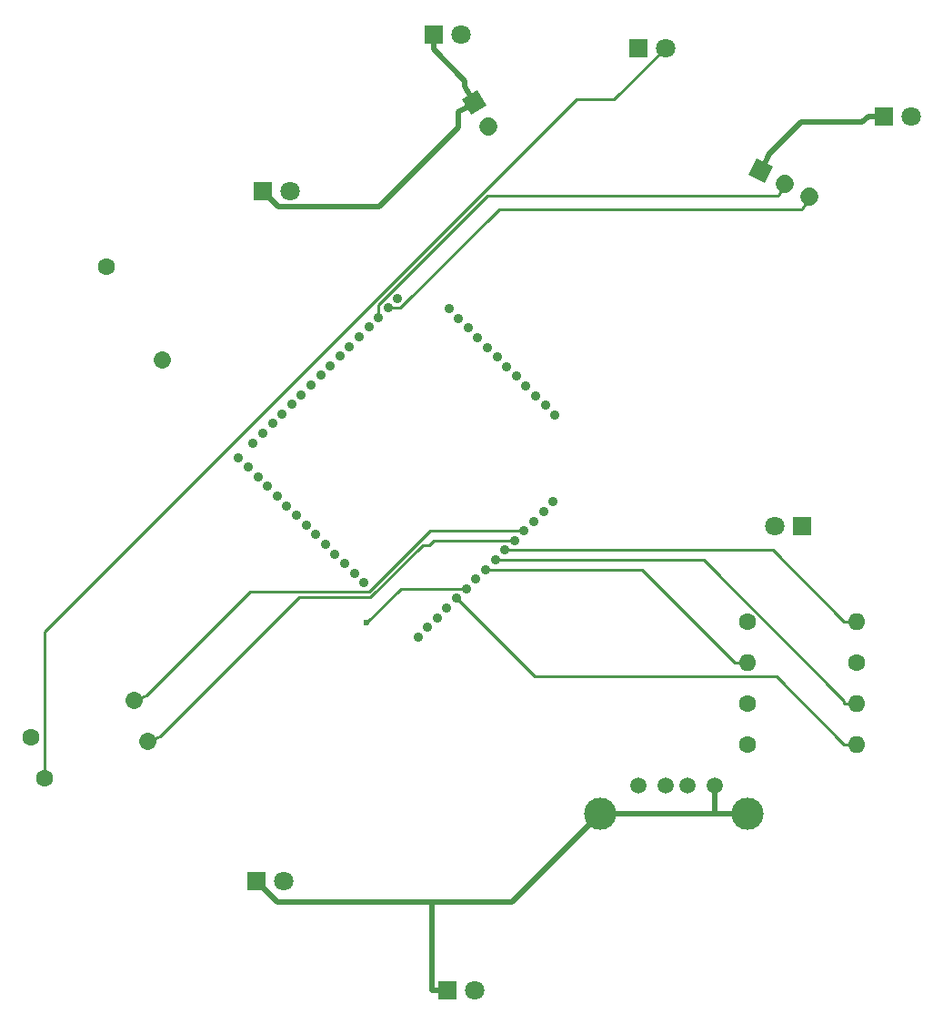
<source format=gbr>
G04 #@! TF.FileFunction,Copper,L1,Top,Signal*
%FSLAX46Y46*%
G04 Gerber Fmt 4.6, Leading zero omitted, Abs format (unit mm)*
G04 Created by KiCad (PCBNEW 4.0.5) date Sun Feb 19 12:07:56 2017*
%MOMM*%
%LPD*%
G01*
G04 APERTURE LIST*
%ADD10C,0.100000*%
%ADD11C,1.700000*%
%ADD12R,1.800000X1.800000*%
%ADD13C,1.800000*%
%ADD14C,1.500000*%
%ADD15C,3.000000*%
%ADD16C,1.600000*%
%ADD17C,1.600000*%
%ADD18O,1.600000X1.600000*%
%ADD19C,0.914400*%
%ADD20C,0.600000*%
%ADD21C,0.508000*%
%ADD22C,0.250000*%
G04 APERTURE END LIST*
D10*
G36*
X101288878Y-67201122D02*
X100438878Y-65728878D01*
X101911122Y-64878878D01*
X102761122Y-66351122D01*
X101288878Y-67201122D01*
X101288878Y-67201122D01*
G37*
D11*
X102870000Y-68239705D02*
X102870000Y-68239705D01*
D12*
X81280000Y-138430000D03*
D13*
X83820000Y-138430000D03*
D12*
X116840000Y-60960000D03*
D13*
X119380000Y-60960000D03*
D12*
X81915000Y-74295000D03*
D13*
X84455000Y-74295000D03*
D12*
X97790000Y-59690000D03*
D13*
X100330000Y-59690000D03*
D12*
X139700000Y-67310000D03*
D13*
X142240000Y-67310000D03*
D12*
X99060000Y-148590000D03*
D13*
X101600000Y-148590000D03*
D12*
X132080000Y-105410000D03*
D13*
X129540000Y-105410000D03*
D14*
X123950000Y-129540000D03*
X121410000Y-129540000D03*
X119380000Y-129540000D03*
X116840000Y-129540000D03*
D15*
X127000000Y-132210000D03*
X113280000Y-132210000D03*
D10*
G36*
X128621455Y-73539556D02*
X127120444Y-72741455D01*
X127918545Y-71240444D01*
X129419556Y-72038545D01*
X128621455Y-73539556D01*
X128621455Y-73539556D01*
G37*
D11*
X130512687Y-73582458D02*
X130512687Y-73582458D01*
X132755374Y-74774916D02*
X132755374Y-74774916D01*
D16*
X60325000Y-125095000D03*
D17*
X69872277Y-121620075D02*
X69872277Y-121620075D01*
D16*
X61595000Y-128905000D03*
D17*
X71142277Y-125430075D02*
X71142277Y-125430075D01*
D16*
X127000000Y-114300000D03*
D18*
X137160000Y-114300000D03*
D16*
X127000000Y-121920000D03*
D18*
X137160000Y-121920000D03*
D16*
X137160000Y-118110000D03*
D18*
X127000000Y-118110000D03*
D16*
X67310000Y-81280000D03*
D17*
X72542787Y-89988820D02*
X72542787Y-89988820D01*
D16*
X127000000Y-125730000D03*
D18*
X137160000Y-125730000D03*
D19*
X96352880Y-115763276D03*
X86384796Y-92324808D03*
X99226562Y-85230406D03*
X100124588Y-86128431D03*
X101920639Y-87924482D03*
X101022614Y-87026457D03*
X104614716Y-90618559D03*
X105512742Y-91516585D03*
X103716690Y-89720534D03*
X102818665Y-88822508D03*
X108206819Y-94210662D03*
X109104844Y-95108687D03*
X106410767Y-92414610D03*
X107308793Y-93312636D03*
X87731835Y-107142231D03*
X86833809Y-106244205D03*
X90425911Y-109836307D03*
X91323937Y-110734333D03*
X89527886Y-108938282D03*
X88629860Y-108040256D03*
X83241707Y-102652102D03*
X84139732Y-103550128D03*
X85935783Y-105346179D03*
X85037758Y-104448154D03*
X81445655Y-100856051D03*
X82343681Y-101754077D03*
X80547630Y-99958026D03*
X97250906Y-114865251D03*
X98148932Y-113967225D03*
X99944983Y-112171174D03*
X99046957Y-113069200D03*
X102639060Y-109477097D03*
X103537085Y-108579071D03*
X101741034Y-110375123D03*
X100843008Y-111273148D03*
X108027213Y-104088943D03*
X108925239Y-103190918D03*
X106231162Y-105884995D03*
X107129188Y-104986969D03*
X105333137Y-106783020D03*
X104435111Y-107681046D03*
X94467027Y-84242577D03*
X87282822Y-91426782D03*
X88180847Y-90528757D03*
X89976899Y-88732705D03*
X89078873Y-89630731D03*
X92670975Y-86038629D03*
X93569001Y-85140603D03*
X91772950Y-86936654D03*
X90874924Y-87834680D03*
X82792694Y-95916910D03*
X83690719Y-95018885D03*
X85486771Y-93222834D03*
X84588745Y-94120859D03*
X80996642Y-97712962D03*
X81894668Y-96814936D03*
X79649604Y-99060000D03*
D20*
X91566100Y-114447700D03*
D21*
X139700000Y-67310000D02*
X138291700Y-67310000D01*
X128270000Y-72390000D02*
X129102800Y-70824000D01*
X123950000Y-132210000D02*
X123950000Y-129540000D01*
X123950000Y-132210000D02*
X127000000Y-132210000D01*
X99060000Y-148590000D02*
X97651700Y-148590000D01*
X100738900Y-64047200D02*
X100738900Y-64548500D01*
X97790000Y-61098300D02*
X100738900Y-64047200D01*
X97790000Y-59690000D02*
X97790000Y-61098300D01*
X101600000Y-66040000D02*
X100738900Y-64548500D01*
X100108600Y-66901200D02*
X100108500Y-66901100D01*
X100108600Y-68348300D02*
X100108600Y-66901200D01*
X92701100Y-75755800D02*
X100108600Y-68348300D01*
X83375800Y-75755800D02*
X92701100Y-75755800D01*
X81915000Y-74295000D02*
X83375800Y-75755800D01*
X101600000Y-66040000D02*
X100108500Y-66901100D01*
X97651700Y-148590000D02*
X97651700Y-140427100D01*
X83277100Y-140427100D02*
X81280000Y-138430000D01*
X97651700Y-140427100D02*
X83277100Y-140427100D01*
X113280000Y-132210000D02*
X123950000Y-132210000D01*
X105062900Y-140427100D02*
X97651700Y-140427100D01*
X113280000Y-132210000D02*
X105062900Y-140427100D01*
X132054800Y-67872000D02*
X129102800Y-70824000D01*
X137729700Y-67872000D02*
X132054800Y-67872000D01*
X138291700Y-67310000D02*
X137729700Y-67872000D01*
D22*
X61595000Y-115255500D02*
X61595000Y-128905000D01*
X111077500Y-65773000D02*
X61595000Y-115255500D01*
X114567000Y-65773000D02*
X111077500Y-65773000D01*
X119380000Y-60960000D02*
X114567000Y-65773000D01*
X130512700Y-73582500D02*
X129891000Y-74751600D01*
X92671000Y-84864100D02*
X92671000Y-86038600D01*
X102783500Y-74751600D02*
X92671000Y-84864100D01*
X129891000Y-74751600D02*
X102783500Y-74751600D01*
X132755400Y-74774900D02*
X132133700Y-75944100D01*
X94708200Y-85140600D02*
X93569000Y-85140600D01*
X103904700Y-75944100D02*
X94708200Y-85140600D01*
X132133700Y-75944100D02*
X103904700Y-75944100D01*
X69872300Y-121620100D02*
X71089200Y-121177200D01*
X71089200Y-121177300D02*
X71089200Y-121177200D01*
X80694300Y-111572200D02*
X71089200Y-121177300D01*
X91786600Y-111572200D02*
X80694300Y-111572200D01*
X97473800Y-105885000D02*
X91786600Y-111572200D01*
X106231200Y-105885000D02*
X97473800Y-105885000D01*
X71142300Y-125430100D02*
X72359200Y-124987200D01*
X72359200Y-124987300D02*
X72359200Y-124987200D01*
X85273800Y-112072700D02*
X72359200Y-124987300D01*
X91923000Y-112072700D02*
X85273800Y-112072700D01*
X96762400Y-107233300D02*
X91923000Y-112072700D01*
X97399200Y-107233300D02*
X96762400Y-107233300D01*
X97849500Y-106783000D02*
X97399200Y-107233300D01*
X105333100Y-106783000D02*
X97849500Y-106783000D01*
X137160000Y-114300000D02*
X136034700Y-114300000D01*
X129415700Y-107681000D02*
X104435100Y-107681000D01*
X136034700Y-114300000D02*
X129415700Y-107681000D01*
X137160000Y-121920000D02*
X136034700Y-121920000D01*
X122934600Y-108579100D02*
X103537100Y-108579100D01*
X136034700Y-121679200D02*
X122934600Y-108579100D01*
X136034700Y-121920000D02*
X136034700Y-121679200D01*
X127000000Y-118110000D02*
X125874700Y-118110000D01*
X117241800Y-109477100D02*
X102639100Y-109477100D01*
X125874700Y-118110000D02*
X117241800Y-109477100D01*
X94740700Y-111273100D02*
X91566100Y-114447700D01*
X100843000Y-111273100D02*
X94740700Y-111273100D01*
X137160000Y-125730000D02*
X136034700Y-125730000D01*
X129730600Y-119425900D02*
X136034700Y-125730000D01*
X107199700Y-119425900D02*
X129730600Y-119425900D01*
X99945000Y-112171200D02*
X107199700Y-119425900D01*
M02*

</source>
